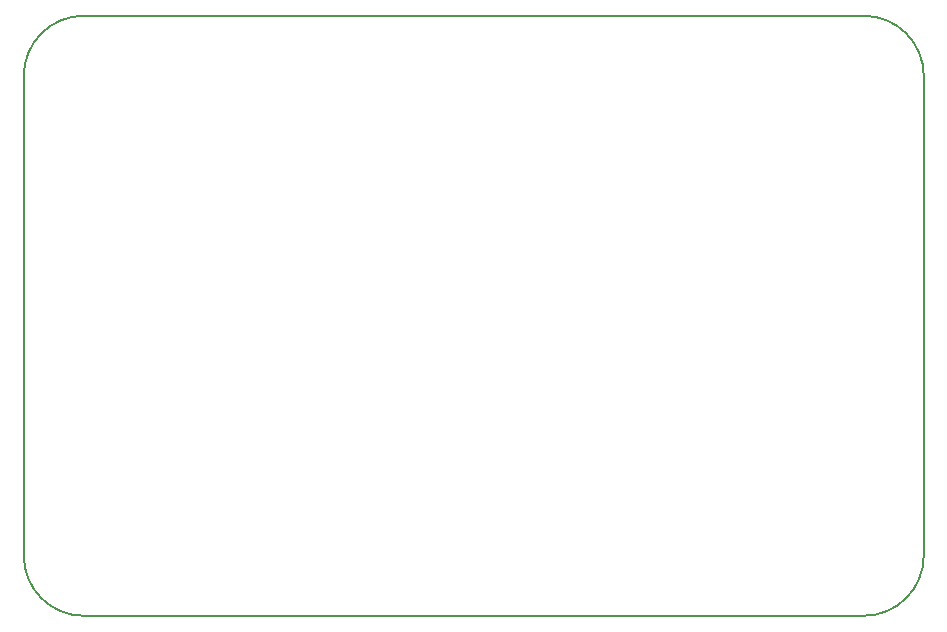
<source format=gbr>
G04 #@! TF.GenerationSoftware,KiCad,Pcbnew,(5.0.0)*
G04 #@! TF.CreationDate,2020-01-05T19:48:47-05:00*
G04 #@! TF.ProjectId,Lathe RPM Display,4C617468652052504D20446973706C61,A*
G04 #@! TF.SameCoordinates,Original*
G04 #@! TF.FileFunction,Profile,NP*
%FSLAX46Y46*%
G04 Gerber Fmt 4.6, Leading zero omitted, Abs format (unit mm)*
G04 Created by KiCad (PCBNEW (5.0.0)) date 01/05/20 19:48:47*
%MOMM*%
%LPD*%
G01*
G04 APERTURE LIST*
%ADD10C,0.200000*%
G04 APERTURE END LIST*
D10*
X25400000Y-30480000D02*
G75*
G02X30480000Y-25400000I5080000J0D01*
G01*
X96520000Y-25400000D02*
G75*
G02X101600000Y-30480000I0J-5080000D01*
G01*
X101600000Y-71120000D02*
G75*
G02X96520000Y-76200000I-5080000J0D01*
G01*
X30480000Y-76200000D02*
G75*
G02X25400000Y-71120000I0J5080000D01*
G01*
X25400000Y-71120000D02*
X25400000Y-30480000D01*
X96520000Y-76200000D02*
X30480000Y-76200000D01*
X101600000Y-30480000D02*
X101600000Y-71120000D01*
X30480000Y-25400000D02*
X96520000Y-25400000D01*
M02*

</source>
